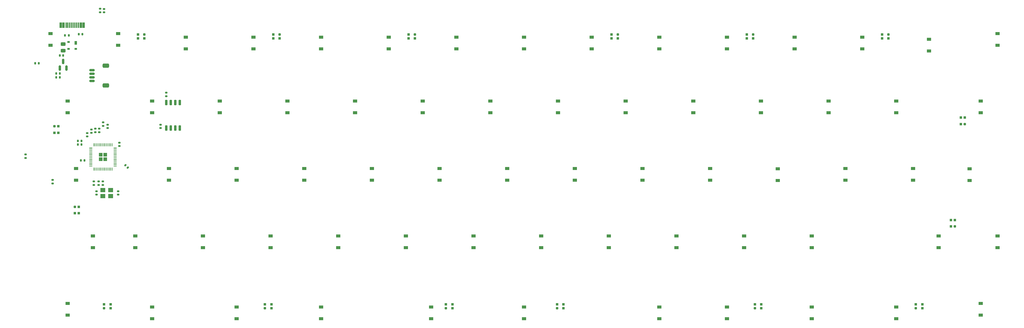
<source format=gbr>
%TF.GenerationSoftware,KiCad,Pcbnew,(6.0.0)*%
%TF.CreationDate,2022-07-27T19:10:37+03:00*%
%TF.ProjectId,SST60,53535436-302e-46b6-9963-61645f706362,0.1*%
%TF.SameCoordinates,Original*%
%TF.FileFunction,Paste,Bot*%
%TF.FilePolarity,Positive*%
%FSLAX46Y46*%
G04 Gerber Fmt 4.6, Leading zero omitted, Abs format (unit mm)*
G04 Created by KiCad (PCBNEW (6.0.0)) date 2022-07-27 19:10:37*
%MOMM*%
%LPD*%
G01*
G04 APERTURE LIST*
G04 Aperture macros list*
%AMRoundRect*
0 Rectangle with rounded corners*
0 $1 Rounding radius*
0 $2 $3 $4 $5 $6 $7 $8 $9 X,Y pos of 4 corners*
0 Add a 4 corners polygon primitive as box body*
4,1,4,$2,$3,$4,$5,$6,$7,$8,$9,$2,$3,0*
0 Add four circle primitives for the rounded corners*
1,1,$1+$1,$2,$3*
1,1,$1+$1,$4,$5*
1,1,$1+$1,$6,$7*
1,1,$1+$1,$8,$9*
0 Add four rect primitives between the rounded corners*
20,1,$1+$1,$2,$3,$4,$5,0*
20,1,$1+$1,$4,$5,$6,$7,0*
20,1,$1+$1,$6,$7,$8,$9,0*
20,1,$1+$1,$8,$9,$2,$3,0*%
G04 Aperture macros list end*
%ADD10R,0.700000X1.000000*%
%ADD11R,0.700000X0.600000*%
%ADD12R,1.200000X0.900000*%
%ADD13RoundRect,0.140000X-0.170000X0.140000X-0.170000X-0.140000X0.170000X-0.140000X0.170000X0.140000X0*%
%ADD14RoundRect,0.175000X0.175000X0.175000X-0.175000X0.175000X-0.175000X-0.175000X0.175000X-0.175000X0*%
%ADD15R,0.700000X0.700000*%
%ADD16RoundRect,0.175000X-0.175000X-0.175000X0.175000X-0.175000X0.175000X0.175000X-0.175000X0.175000X0*%
%ADD17RoundRect,0.140000X0.170000X-0.140000X0.170000X0.140000X-0.170000X0.140000X-0.170000X-0.140000X0*%
%ADD18RoundRect,0.140000X0.140000X0.170000X-0.140000X0.170000X-0.140000X-0.170000X0.140000X-0.170000X0*%
%ADD19RoundRect,0.175000X-0.175000X0.175000X-0.175000X-0.175000X0.175000X-0.175000X0.175000X0.175000X0*%
%ADD20RoundRect,0.135000X0.185000X-0.135000X0.185000X0.135000X-0.185000X0.135000X-0.185000X-0.135000X0*%
%ADD21RoundRect,0.135000X0.135000X0.185000X-0.135000X0.185000X-0.135000X-0.185000X0.135000X-0.185000X0*%
%ADD22RoundRect,0.050000X-0.300000X-0.725000X0.300000X-0.725000X0.300000X0.725000X-0.300000X0.725000X0*%
%ADD23RoundRect,0.050000X-0.150000X-0.725000X0.150000X-0.725000X0.150000X0.725000X-0.150000X0.725000X0*%
%ADD24RoundRect,0.250000X0.292217X0.292217X-0.292217X0.292217X-0.292217X-0.292217X0.292217X-0.292217X0*%
%ADD25RoundRect,0.050000X0.387500X0.050000X-0.387500X0.050000X-0.387500X-0.050000X0.387500X-0.050000X0*%
%ADD26RoundRect,0.050000X0.050000X0.387500X-0.050000X0.387500X-0.050000X-0.387500X0.050000X-0.387500X0*%
%ADD27RoundRect,0.135000X-0.185000X0.135000X-0.185000X-0.135000X0.185000X-0.135000X0.185000X0.135000X0*%
%ADD28RoundRect,0.150000X-0.625000X0.150000X-0.625000X-0.150000X0.625000X-0.150000X0.625000X0.150000X0*%
%ADD29RoundRect,0.250000X-0.650000X0.350000X-0.650000X-0.350000X0.650000X-0.350000X0.650000X0.350000X0*%
%ADD30RoundRect,0.135000X-0.135000X-0.185000X0.135000X-0.185000X0.135000X0.185000X-0.135000X0.185000X0*%
%ADD31RoundRect,0.175000X0.175000X-0.175000X0.175000X0.175000X-0.175000X0.175000X-0.175000X-0.175000X0*%
%ADD32R,1.400000X1.200000*%
%ADD33RoundRect,0.150000X0.150000X-0.587500X0.150000X0.587500X-0.150000X0.587500X-0.150000X-0.587500X0*%
%ADD34RoundRect,0.150000X-0.150000X0.650000X-0.150000X-0.650000X0.150000X-0.650000X0.150000X0.650000X0*%
%ADD35RoundRect,0.243750X-0.456250X0.243750X-0.456250X-0.243750X0.456250X-0.243750X0.456250X0.243750X0*%
%ADD36RoundRect,0.140000X-0.219203X-0.021213X-0.021213X-0.219203X0.219203X0.021213X0.021213X0.219203X0*%
G04 APERTURE END LIST*
D10*
%TO.C,U4*%
X51425000Y-51025000D03*
D11*
X51425000Y-52725000D03*
X49425000Y-52725000D03*
X49425000Y-50825000D03*
%TD*%
D12*
%TO.C,D19*%
X106275000Y-108900000D03*
X106275000Y-105600000D03*
%TD*%
D13*
%TO.C,C_3V-Decoup8*%
X57900000Y-90170000D03*
X57900000Y-91130000D03*
%TD*%
D12*
%TO.C,D46*%
X220575000Y-108900000D03*
X220575000Y-105600000D03*
%TD*%
D14*
%TO.C,D74*%
X104735000Y-125975000D03*
D15*
X104735000Y-124875000D03*
X106565000Y-124875000D03*
X106565000Y-125975000D03*
%TD*%
D12*
%TO.C,D15*%
X96775000Y-128900000D03*
X96775000Y-125600000D03*
%TD*%
D16*
%TO.C,D71*%
X70765000Y-48675000D03*
D15*
X70765000Y-49775000D03*
X68935000Y-49775000D03*
X68935000Y-48675000D03*
%TD*%
D12*
%TO.C,D63*%
X291725000Y-53300000D03*
X291725000Y-50000000D03*
%TD*%
%TO.C,D35*%
X187250000Y-70800000D03*
X187250000Y-67500000D03*
%TD*%
D17*
%TO.C,C_1V-Decoup2*%
X60425000Y-75080000D03*
X60425000Y-74120000D03*
%TD*%
D12*
%TO.C,D26*%
X149150000Y-70800000D03*
X149150000Y-67500000D03*
%TD*%
D18*
%TO.C,C_LDO2*%
X46930000Y-59650000D03*
X45970000Y-59650000D03*
%TD*%
D12*
%TO.C,D54*%
X263450000Y-70800000D03*
X263450000Y-67500000D03*
%TD*%
D17*
%TO.C,C_3V-Decoup2*%
X54700000Y-77455000D03*
X54700000Y-76495000D03*
%TD*%
D12*
%TO.C,D34*%
X177725000Y-52700000D03*
X177725000Y-49400000D03*
%TD*%
%TO.C,D50*%
X249175000Y-89875000D03*
X249175000Y-86575000D03*
%TD*%
D17*
%TO.C,C_Flash1*%
X75300000Y-75105000D03*
X75300000Y-74145000D03*
%TD*%
D19*
%TO.C,D84*%
X299000000Y-102890000D03*
D15*
X297900000Y-102890000D03*
X297900000Y-101060000D03*
X299000000Y-101060000D03*
%TD*%
D17*
%TO.C,C_3V-Decoup6*%
X63750000Y-80155000D03*
X63750000Y-79195000D03*
%TD*%
D12*
%TO.C,D48*%
X234875000Y-52700000D03*
X234875000Y-49400000D03*
%TD*%
%TO.C,D22*%
X134875000Y-89850000D03*
X134875000Y-86550000D03*
%TD*%
D17*
%TO.C,C_Crystal2*%
X57300000Y-93905000D03*
X57300000Y-92945000D03*
%TD*%
D12*
%TO.C,D40*%
X206300000Y-70800000D03*
X206300000Y-67500000D03*
%TD*%
D20*
%TO.C,R_Crystal1*%
X59075000Y-91135000D03*
X59075000Y-90115000D03*
%TD*%
D12*
%TO.C,D14*%
X96775000Y-89850000D03*
X96775000Y-86550000D03*
%TD*%
D21*
%TO.C,R_LED1*%
X41040000Y-56770000D03*
X40020000Y-56770000D03*
%TD*%
D14*
%TO.C,D78*%
X186960000Y-125975000D03*
D15*
X186960000Y-124875000D03*
X188790000Y-124875000D03*
X188790000Y-125975000D03*
%TD*%
D12*
%TO.C,D10*%
X72950000Y-128900000D03*
X72950000Y-125600000D03*
%TD*%
D16*
%TO.C,D77*%
X204115000Y-48650000D03*
D15*
X204115000Y-49750000D03*
X202285000Y-49750000D03*
X202285000Y-48650000D03*
%TD*%
D12*
%TO.C,D61*%
X294400000Y-108900000D03*
X294400000Y-105600000D03*
%TD*%
D22*
%TO.C,USB1*%
X47225000Y-46082500D03*
X48000000Y-46082500D03*
D23*
X48700000Y-46082500D03*
X49200000Y-46082500D03*
X49700000Y-46082500D03*
X50200000Y-46082500D03*
X50700000Y-46082500D03*
X51200000Y-46082500D03*
X51700000Y-46082500D03*
X52200000Y-46082500D03*
D22*
X52900000Y-46082500D03*
X53675000Y-46082500D03*
%TD*%
D12*
%TO.C,D9*%
X68200000Y-108900000D03*
X68200000Y-105600000D03*
%TD*%
%TO.C,D37*%
X182500000Y-108900000D03*
X182500000Y-105600000D03*
%TD*%
D17*
%TO.C,C_1V-Decoup1*%
X55850000Y-76455000D03*
X55850000Y-75495000D03*
%TD*%
D24*
%TO.C,U1*%
X58462500Y-82612500D03*
X58462500Y-83887500D03*
X59737500Y-82612500D03*
X59737500Y-83887500D03*
D25*
X62537500Y-80650000D03*
X62537500Y-81050000D03*
X62537500Y-81450000D03*
X62537500Y-81850000D03*
X62537500Y-82250000D03*
X62537500Y-82650000D03*
X62537500Y-83050000D03*
X62537500Y-83450000D03*
X62537500Y-83850000D03*
X62537500Y-84250000D03*
X62537500Y-84650000D03*
X62537500Y-85050000D03*
X62537500Y-85450000D03*
X62537500Y-85850000D03*
D26*
X61700000Y-86687500D03*
X61300000Y-86687500D03*
X60900000Y-86687500D03*
X60500000Y-86687500D03*
X60100000Y-86687500D03*
X59700000Y-86687500D03*
X59300000Y-86687500D03*
X58900000Y-86687500D03*
X58500000Y-86687500D03*
X58100000Y-86687500D03*
X57700000Y-86687500D03*
X57300000Y-86687500D03*
X56900000Y-86687500D03*
X56500000Y-86687500D03*
D25*
X55662500Y-85850000D03*
X55662500Y-85450000D03*
X55662500Y-85050000D03*
X55662500Y-84650000D03*
X55662500Y-84250000D03*
X55662500Y-83850000D03*
X55662500Y-83450000D03*
X55662500Y-83050000D03*
X55662500Y-82650000D03*
X55662500Y-82250000D03*
X55662500Y-81850000D03*
X55662500Y-81450000D03*
X55662500Y-81050000D03*
X55662500Y-80650000D03*
D26*
X56500000Y-79812500D03*
X56900000Y-79812500D03*
X57300000Y-79812500D03*
X57700000Y-79812500D03*
X58100000Y-79812500D03*
X58500000Y-79812500D03*
X58900000Y-79812500D03*
X59300000Y-79812500D03*
X59700000Y-79812500D03*
X60100000Y-79812500D03*
X60500000Y-79812500D03*
X60900000Y-79812500D03*
X61300000Y-79812500D03*
X61700000Y-79812500D03*
%TD*%
D12*
%TO.C,D39*%
X196775000Y-52700000D03*
X196775000Y-49400000D03*
%TD*%
%TO.C,D2*%
X49125000Y-70800000D03*
X49125000Y-67500000D03*
%TD*%
%TO.C,D47*%
X215825000Y-128900000D03*
X215825000Y-125600000D03*
%TD*%
%TO.C,D6*%
X63425000Y-51750000D03*
X63425000Y-48450000D03*
%TD*%
D18*
%TO.C,C_3V-Decoup7*%
X53030000Y-78700000D03*
X52070000Y-78700000D03*
%TD*%
D27*
%TO.C,R_LED2*%
X44890000Y-89760000D03*
X44890000Y-90780000D03*
%TD*%
D14*
%TO.C,D72*%
X59410000Y-125975000D03*
D15*
X59410000Y-124875000D03*
X61240000Y-124875000D03*
X61240000Y-125975000D03*
%TD*%
D16*
%TO.C,D75*%
X146965000Y-48675000D03*
D15*
X146965000Y-49775000D03*
X145135000Y-49775000D03*
X145135000Y-48675000D03*
%TD*%
D18*
%TO.C,C_LDO1*%
X47930000Y-54625000D03*
X46970000Y-54625000D03*
%TD*%
D12*
%TO.C,D1*%
X44375000Y-51750000D03*
X44375000Y-48450000D03*
%TD*%
%TO.C,D67*%
X311075000Y-108900000D03*
X311075000Y-105600000D03*
%TD*%
%TO.C,D13*%
X92000000Y-70800000D03*
X92000000Y-67500000D03*
%TD*%
D27*
%TO.C,R_DATA2*%
X56925000Y-75240000D03*
X56925000Y-76260000D03*
%TD*%
D21*
%TO.C,R_USB1*%
X49460000Y-48900000D03*
X48440000Y-48900000D03*
%TD*%
D18*
%TO.C,C_3V-Decoup4*%
X53880000Y-84250000D03*
X52920000Y-84250000D03*
%TD*%
D12*
%TO.C,D21*%
X130100000Y-70800000D03*
X130100000Y-67500000D03*
%TD*%
%TO.C,D52*%
X234875000Y-128900000D03*
X234875000Y-125600000D03*
%TD*%
D27*
%TO.C,R_DATA1*%
X58075000Y-75240000D03*
X58075000Y-76260000D03*
%TD*%
D14*
%TO.C,D76*%
X155685000Y-125975000D03*
D15*
X155685000Y-124875000D03*
X157515000Y-124875000D03*
X157515000Y-125975000D03*
%TD*%
D16*
%TO.C,D79*%
X242215000Y-48675000D03*
D15*
X242215000Y-49775000D03*
X240385000Y-49775000D03*
X240385000Y-48675000D03*
%TD*%
D12*
%TO.C,D4*%
X56275000Y-108900000D03*
X56275000Y-105600000D03*
%TD*%
%TO.C,D3*%
X51525000Y-89850000D03*
X51525000Y-86550000D03*
%TD*%
%TO.C,D36*%
X192025000Y-89850000D03*
X192025000Y-86550000D03*
%TD*%
%TO.C,D12*%
X82475000Y-52700000D03*
X82475000Y-49400000D03*
%TD*%
%TO.C,D25*%
X139625000Y-52700000D03*
X139625000Y-49400000D03*
%TD*%
%TO.C,D30*%
X158675000Y-52700000D03*
X158675000Y-49400000D03*
%TD*%
%TO.C,D51*%
X239650000Y-108900000D03*
X239650000Y-105600000D03*
%TD*%
D28*
%TO.C,J1*%
X56050000Y-58750000D03*
X56050000Y-59750000D03*
X56050000Y-60750000D03*
X56050000Y-61750000D03*
D29*
X59925000Y-57450000D03*
X59925000Y-63050000D03*
%TD*%
D30*
%TO.C,R_USB2*%
X52265000Y-48600000D03*
X53285000Y-48600000D03*
%TD*%
D12*
%TO.C,D28*%
X144400000Y-108900000D03*
X144400000Y-105600000D03*
%TD*%
%TO.C,D38*%
X177725000Y-128900000D03*
X177725000Y-125600000D03*
%TD*%
D13*
%TO.C,C_Crystal1*%
X63400000Y-92945000D03*
X63400000Y-93905000D03*
%TD*%
D12*
%TO.C,D45*%
X230100000Y-89850000D03*
X230100000Y-86550000D03*
%TD*%
D18*
%TO.C,C_3V-Decoup5*%
X53030000Y-79750000D03*
X52070000Y-79750000D03*
%TD*%
D27*
%TO.C,R_Shield1*%
X58275000Y-41415000D03*
X58275000Y-42435000D03*
%TD*%
D12*
%TO.C,D32*%
X172950000Y-89850000D03*
X172950000Y-86550000D03*
%TD*%
%TO.C,D29*%
X151525000Y-128900000D03*
X151525000Y-125600000D03*
%TD*%
%TO.C,D55*%
X268200000Y-89850000D03*
X268200000Y-86550000D03*
%TD*%
%TO.C,D49*%
X244400000Y-70800000D03*
X244400000Y-67500000D03*
%TD*%
D31*
%TO.C,D70*%
X51225000Y-97310000D03*
D15*
X52325000Y-97310000D03*
X52325000Y-99140000D03*
X51225000Y-99140000D03*
%TD*%
D12*
%TO.C,D24*%
X120575000Y-128900000D03*
X120575000Y-125600000D03*
%TD*%
%TO.C,D5*%
X49150000Y-127950000D03*
X49150000Y-124650000D03*
%TD*%
D32*
%TO.C,Y1*%
X59075000Y-92575000D03*
X61275000Y-92575000D03*
X61275000Y-94275000D03*
X59075000Y-94275000D03*
%TD*%
D12*
%TO.C,D23*%
X125350000Y-108900000D03*
X125350000Y-105600000D03*
%TD*%
%TO.C,D20*%
X120575000Y-52700000D03*
X120575000Y-49400000D03*
%TD*%
%TO.C,D42*%
X201550000Y-108900000D03*
X201550000Y-105600000D03*
%TD*%
%TO.C,D64*%
X303125000Y-89875000D03*
X303125000Y-86575000D03*
%TD*%
%TO.C,D65*%
X311075000Y-51750000D03*
X311075000Y-48450000D03*
%TD*%
%TO.C,D16*%
X101525000Y-52700000D03*
X101525000Y-49400000D03*
%TD*%
%TO.C,D56*%
X258700000Y-108900000D03*
X258700000Y-105600000D03*
%TD*%
%TO.C,D27*%
X153900000Y-89850000D03*
X153900000Y-86550000D03*
%TD*%
D33*
%TO.C,U3*%
X48850000Y-58162500D03*
X46950000Y-58162500D03*
X47900000Y-56287500D03*
%TD*%
D12*
%TO.C,D59*%
X282500000Y-70800000D03*
X282500000Y-67500000D03*
%TD*%
D14*
%TO.C,D82*%
X288010000Y-125975000D03*
D15*
X288010000Y-124875000D03*
X289840000Y-124875000D03*
X289840000Y-125975000D03*
%TD*%
D16*
%TO.C,D81*%
X280315000Y-48675000D03*
D15*
X280315000Y-49775000D03*
X278485000Y-49775000D03*
X278485000Y-48675000D03*
%TD*%
D12*
%TO.C,D58*%
X272975000Y-52700000D03*
X272975000Y-49400000D03*
%TD*%
D17*
%TO.C,C_3V-Decoup3*%
X59175000Y-74455000D03*
X59175000Y-73495000D03*
%TD*%
D12*
%TO.C,D57*%
X258675000Y-128900000D03*
X258675000Y-125600000D03*
%TD*%
D16*
%TO.C,D73*%
X108865000Y-48675000D03*
D15*
X108865000Y-49775000D03*
X107035000Y-49775000D03*
X107035000Y-48675000D03*
%TD*%
D12*
%TO.C,D43*%
X215825000Y-52700000D03*
X215825000Y-49400000D03*
%TD*%
%TO.C,D68*%
X306300000Y-127950000D03*
X306300000Y-124650000D03*
%TD*%
D13*
%TO.C,C_1V-Decoup3*%
X56550000Y-90170000D03*
X56550000Y-91130000D03*
%TD*%
D19*
%TO.C,D83*%
X301775000Y-73965000D03*
D15*
X300675000Y-73965000D03*
X300675000Y-72135000D03*
X301775000Y-72135000D03*
%TD*%
D12*
%TO.C,D66*%
X306325000Y-70800000D03*
X306325000Y-67500000D03*
%TD*%
%TO.C,D62*%
X282500000Y-128900000D03*
X282500000Y-125600000D03*
%TD*%
%TO.C,D18*%
X115800000Y-89850000D03*
X115800000Y-86550000D03*
%TD*%
D14*
%TO.C,D80*%
X242680000Y-125975000D03*
D15*
X242680000Y-124875000D03*
X244510000Y-124875000D03*
X244510000Y-125975000D03*
%TD*%
D17*
%TO.C,C_Shield1*%
X59400000Y-42405000D03*
X59400000Y-41445000D03*
%TD*%
D12*
%TO.C,D33*%
X163450000Y-108900000D03*
X163450000Y-105600000D03*
%TD*%
%TO.C,D8*%
X77725000Y-89850000D03*
X77725000Y-86550000D03*
%TD*%
D34*
%TO.C,U2*%
X76920000Y-67925000D03*
X78190000Y-67925000D03*
X79460000Y-67925000D03*
X80730000Y-67925000D03*
X80730000Y-75125000D03*
X79460000Y-75125000D03*
X78190000Y-75125000D03*
X76920000Y-75125000D03*
%TD*%
D12*
%TO.C,D44*%
X225350000Y-70800000D03*
X225350000Y-67500000D03*
%TD*%
D20*
%TO.C,R_RST1*%
X37300000Y-83585000D03*
X37300000Y-82565000D03*
%TD*%
D12*
%TO.C,D53*%
X253925000Y-52700000D03*
X253925000Y-49400000D03*
%TD*%
%TO.C,D7*%
X72950000Y-70800000D03*
X72950000Y-67500000D03*
%TD*%
D35*
%TO.C,F1*%
X47850000Y-51337500D03*
X47850000Y-53212500D03*
%TD*%
D36*
%TO.C,C_3V-Decoup9*%
X65410589Y-85560589D03*
X66089411Y-86239411D03*
%TD*%
D12*
%TO.C,D60*%
X287275000Y-89850000D03*
X287275000Y-86550000D03*
%TD*%
%TO.C,D31*%
X168200000Y-70800000D03*
X168200000Y-67500000D03*
%TD*%
%TO.C,D11*%
X87225000Y-108900000D03*
X87225000Y-105600000D03*
%TD*%
D18*
%TO.C,C_3V-Decoup1*%
X46930000Y-60750000D03*
X45970000Y-60750000D03*
%TD*%
D12*
%TO.C,D41*%
X211075000Y-89850000D03*
X211075000Y-86550000D03*
%TD*%
D31*
%TO.C,D69*%
X45475000Y-74585000D03*
D15*
X46575000Y-74585000D03*
X46575000Y-76415000D03*
X45475000Y-76415000D03*
%TD*%
D27*
%TO.C,R_Flash1*%
X76900000Y-65090000D03*
X76900000Y-66110000D03*
%TD*%
D12*
%TO.C,D17*%
X111050000Y-70800000D03*
X111050000Y-67500000D03*
%TD*%
M02*

</source>
